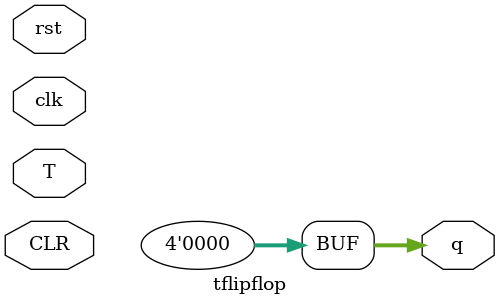
<source format=v>
`timescale 1ns / 1ps

module tflipflop(rst,clk,T,CLR,q);
input rst,clk,T,CLR;
output reg [3:0]q;
always @(CLR) q<=0;
always @(negedge clk)
begin
if(rst)
q<=0;
else begin
case(T)
1'b0:q=q;
1'b1:q=-q;
endcase
end
end
endmodule


</source>
